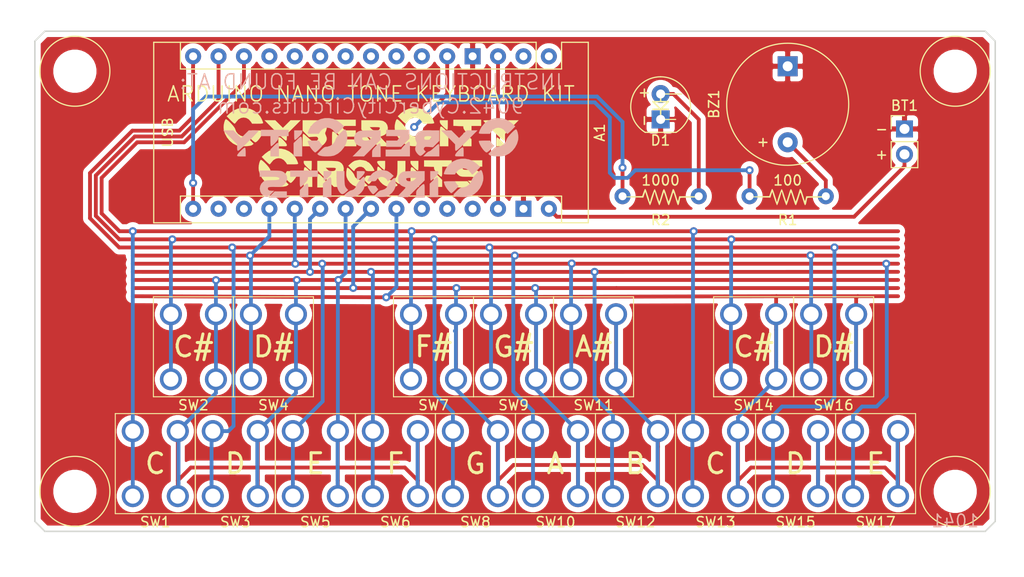
<source format=kicad_pcb>
(kicad_pcb (version 20171130) (host pcbnew "(5.1.2)-2")
  (layers (0 F.Cu signal) (31 B.Cu signal) (34 B.Paste user) (35 F.Paste user) (36 B.SilkS user) (37 F.SilkS user) (38 B.Mask user) (39 F.Mask user) (44 Edge.Cuts user))
  (net 0 "")
  (net 1 GND)
  (net 2 328_RESET)
  (net 3 328_MOSI)
  (net 4 328_SCK)
  (net 5 328_MISO)
  (net 6 328_RXD)
  (net 7 328_TXD)
  (net 8 328_D2)
  (net 9 328_D3)
  (net 10 328_D4)
  (net 11 328_D5)
  (net 12 328_D6)
  (net 13 328_D7)
  (net 14 328_D8)
  (net 15 328_D9)
  (net 16 328_SS)
  (net 17 328_A0)
  (net 18 328_A1)
  (net 19 328_A2)
  (net 20 328_A3)
  (net 21 328_A4)
  (net 22 328_A5)
  (net 23 BATT)
  (net 24 "Net-(BZ1-Pad1)")
  (net 25 "Net-(D1-Pad2)")
  (net 26 "Net-(A1-Pad27)")
  (net 27 "Net-(A1-Pad26)")
  (net 28 "Net-(A1-Pad25)")
  (net 29 "Net-(A1-Pad18)")
  (net 30 "Net-(A1-Pad17)")
  (module "DREAM_Custom:Kailanda Push Button 6.5x4.5" (layer F.Cu) (at 75.848 106.544 90)
    (fp_text reference SW4 (at -5.842 0 unlocked) (layer F.SilkS))
    (fp_text value SW_Push_45deg)
    (fp_text user " " (at -0.762 0 unlocked) (layer F.SilkS))
    (fp_text user D# (at 0 0 unlocked) (layer F.SilkS) (effects (font (size 2 2) (thickness 0.3))))
    (pad 2 thru_hole circle (at 3.25 2.25 90) (size 2.2 2.2) (drill 1.5) (layers *.Cu *.Mask) (net 20 328_A3))
    (pad 2 thru_hole circle (at -3.25 2.25 90) (size 2.2 2.2) (drill 1.5) (layers *.Cu *.Mask) (net 20 328_A3))
    (pad 1 thru_hole circle (at 3.25 -2.25 90) (size 2.2 2.2) (drill 1.5) (layers *.Cu *.Mask) (net 17 328_A0))
    (pad 1 thru_hole circle (at -3.25 -2.25 90) (size 2.2 2.2) (drill 1.5) (layers *.Cu *.Mask) (net 17 328_A0))
  )
  (module "CCC_Drawings:Logo - Cyber City Circuits - Two Line 30mm" (layer B.Cu) (at 85.598 87.63 180)
    (fp_text reference G*** hide)
    (fp_text value LOGO hide)
  )
  (module "CCC_Drawings:Logo - Cyber City Circuits - Two Line 30mm" (layer F.Cu) (at 85.598 86.614)
    (fp_text reference G*** hide)
    (fp_text value LOGO hide)
  )
  (module "CCC-Schematic-Footprints:3mm Mount Hole" (layer F.Cu) (at 144 79)
    (fp_text reference " " hide)
    (fp_text value 3mm_Hole)
    (pad "" np_thru_hole circle (at 0 0) (size 3.3 3.3) (drill 3.3) (layers *.Cu *.Mask))
  )
  (module "CCC-Schematic-Footprints:3mm Mount Hole" (layer F.Cu) (at 144 121)
    (fp_text reference " " hide)
    (fp_text value 3mm_Hole)
    (pad "" np_thru_hole circle (at 0 0) (size 3.3 3.3) (drill 3.3) (layers *.Cu *.Mask))
  )
  (module "CCC-Schematic-Footprints:3mm Mount Hole" (layer F.Cu) (at 56 121)
    (fp_text reference " " hide)
    (fp_text value 3mm_Hole)
    (pad "" np_thru_hole circle (at 0 0) (size 3.3 3.3) (drill 3.3) (layers *.Cu *.Mask))
  )
  (module "CCC-Schematic-Footprints:3mm Mount Hole" (layer F.Cu) (at 56 79)
    (fp_text reference " " hide)
    (fp_text value 3mm_Hole)
    (pad "" np_thru_hole circle (at 0 0) (size 3.3 3.3) (drill 3.3) (layers *.Cu *.Mask))
  )
  (module Module:Arduino_Nano (layer F.Cu) (at 88.14 85.13 270)
    (fp_text reference A1 (at 0 -20.32 270) (layer F.SilkS))
    (fp_text value Arduino_Nano_v3.x)
    (fp_text user USB (at 0 22.86 90) (layer F.SilkS))
    (pad 16 thru_hole oval (at 7.62 20.32 270) (size 1.6 1.6) (drill 0.8) (layers *.Cu *.Mask) (net 4 328_SCK))
    (pad 15 thru_hole oval (at -7.62 20.32 270) (size 1.6 1.6) (drill 0.8) (layers *.Cu *.Mask) (net 5 328_MISO))
    (pad 30 thru_hole oval (at 7.62 -15.24 270) (size 1.6 1.6) (drill 0.8) (layers *.Cu *.Mask) (net 23 BATT))
    (pad 14 thru_hole oval (at -7.62 17.78 270) (size 1.6 1.6) (drill 0.8) (layers *.Cu *.Mask) (net 3 328_MOSI))
    (pad 29 thru_hole rect (at 7.62 -12.7 270) (size 1.6 1.6) (drill 0.8) (layers *.Cu *.Mask) (net 1 GND))
    (pad 13 thru_hole oval (at -7.62 15.24 270) (size 1.6 1.6) (drill 0.8) (layers *.Cu *.Mask) (net 16 328_SS))
    (pad 28 thru_hole oval (at 7.62 -10.16 270) (size 1.6 1.6) (drill 0.8) (layers *.Cu *.Mask) (net 2 328_RESET))
    (pad 12 thru_hole oval (at -7.62 12.7 270) (size 1.6 1.6) (drill 0.8) (layers *.Cu *.Mask) (net 15 328_D9))
    (pad 27 thru_hole oval (at 7.62 -7.62 270) (size 1.6 1.6) (drill 0.8) (layers *.Cu *.Mask) (net 26 "Net-(A1-Pad27)"))
    (pad 11 thru_hole oval (at -7.62 10.16 270) (size 1.6 1.6) (drill 0.8) (layers *.Cu *.Mask) (net 14 328_D8))
    (pad 26 thru_hole oval (at 7.62 -5.08 270) (size 1.6 1.6) (drill 0.8) (layers *.Cu *.Mask) (net 27 "Net-(A1-Pad26)"))
    (pad 10 thru_hole oval (at -7.62 7.62 270) (size 1.6 1.6) (drill 0.8) (layers *.Cu *.Mask) (net 13 328_D7))
    (pad 25 thru_hole oval (at 7.62 -2.54 270) (size 1.6 1.6) (drill 0.8) (layers *.Cu *.Mask) (net 28 "Net-(A1-Pad25)"))
    (pad 9 thru_hole oval (at -7.62 5.08 270) (size 1.6 1.6) (drill 0.8) (layers *.Cu *.Mask) (net 12 328_D6))
    (pad 24 thru_hole oval (at 7.62 0 270) (size 1.6 1.6) (drill 0.8) (layers *.Cu *.Mask) (net 22 328_A5))
    (pad 8 thru_hole oval (at -7.62 2.54 270) (size 1.6 1.6) (drill 0.8) (layers *.Cu *.Mask) (net 11 328_D5))
    (pad 23 thru_hole oval (at 7.62 2.54 270) (size 1.6 1.6) (drill 0.8) (layers *.Cu *.Mask) (net 21 328_A4))
    (pad 7 thru_hole oval (at -7.62 0 270) (size 1.6 1.6) (drill 0.8) (layers *.Cu *.Mask) (net 10 328_D4))
    (pad 22 thru_hole oval (at 7.62 5.08 270) (size 1.6 1.6) (drill 0.8) (layers *.Cu *.Mask) (net 20 328_A3))
    (pad 6 thru_hole oval (at -7.62 -2.54 270) (size 1.6 1.6) (drill 0.8) (layers *.Cu *.Mask) (net 9 328_D3))
    (pad 21 thru_hole oval (at 7.62 7.62 270) (size 1.6 1.6) (drill 0.8) (layers *.Cu *.Mask) (net 19 328_A2))
    (pad 5 thru_hole oval (at -7.62 -5.08 270) (size 1.6 1.6) (drill 0.8) (layers *.Cu *.Mask) (net 8 328_D2))
    (pad 20 thru_hole oval (at 7.62 10.16 270) (size 1.6 1.6) (drill 0.8) (layers *.Cu *.Mask) (net 18 328_A1))
    (pad 4 thru_hole rect (at -7.62 -7.62 270) (size 1.6 1.6) (drill 0.8) (layers *.Cu *.Mask) (net 1 GND))
    (pad 19 thru_hole oval (at 7.62 12.7 270) (size 1.6 1.6) (drill 0.8) (layers *.Cu *.Mask) (net 17 328_A0))
    (pad 3 thru_hole oval (at -7.62 -10.16 270) (size 1.6 1.6) (drill 0.8) (layers *.Cu *.Mask) (net 2 328_RESET))
    (pad 18 thru_hole oval (at 7.62 15.24 270) (size 1.6 1.6) (drill 0.8) (layers *.Cu *.Mask) (net 29 "Net-(A1-Pad18)"))
    (pad 2 thru_hole oval (at -7.62 -12.7 270) (size 1.6 1.6) (drill 0.8) (layers *.Cu *.Mask) (net 6 328_RXD))
    (pad 17 thru_hole oval (at 7.62 17.78 270) (size 1.6 1.6) (drill 0.8) (layers *.Cu *.Mask) (net 30 "Net-(A1-Pad17)"))
    (pad 1 thru_hole circle (at -7.62 -15.24 270) (size 1.6 1.6) (drill 0.8) (layers *.Cu *.Mask) (net 7 328_TXD))
  )
  (module Connector_PinHeader_2.54mm:PinHeader_1x02_P2.54mm_Vertical (layer F.Cu) (at 138.93 86.04)
    (fp_text reference BT1 (at 0 -3.6) (layer F.SilkS))
    (fp_text value Battery_Cell)
    (fp_text user - (at -2.286 -1.27) (layer F.SilkS))
    (fp_text user + (at -2.286 1.27) (layer F.SilkS))
    (pad 1 thru_hole oval (at 0 1.27) (size 1.7 1.7) (drill 1) (layers *.Cu *.Mask) (net 23 BATT))
    (pad 2 thru_hole rect (at 0 -1.27) (size 1.7 1.7) (drill 1) (layers *.Cu *.Mask) (net 1 GND))
  )
  (module "CCC-Schematic-Footprints:Schematic - Resistor 7.62mm" (layer F.Cu) (at 114.554 91.5 180)
    (fp_text reference R2 (at 0 -2.37) (layer F.SilkS))
    (fp_text value 1000 (at 0 1.584) (layer F.SilkS))
    (pad 1 thru_hole circle (at -3.81 0 180) (size 1.6 1.6) (drill 0.8) (layers *.Cu *.Mask) (net 25 "Net-(D1-Pad2)"))
    (pad 2 thru_hole circle (at 3.81 0 180) (size 1.6 1.6) (drill 0.8) (layers *.Cu *.Mask) (net 4 328_SCK))
  )
  (module "CCC-Schematic-Footprints:Schematic - Resistor 7.62mm" (layer F.Cu) (at 127.254 91.5 180)
    (fp_text reference R1 (at 0 -2.37) (layer F.SilkS))
    (fp_text value 100 (at 0 1.584) (layer F.SilkS))
    (pad 1 thru_hole circle (at -3.81 0 180) (size 1.6 1.6) (drill 0.8) (layers *.Cu *.Mask) (net 24 "Net-(BZ1-Pad1)"))
    (pad 2 thru_hole circle (at 3.81 0 180) (size 1.6 1.6) (drill 0.8) (layers *.Cu *.Mask) (net 8 328_D2))
  )
  (module "CCC-Schematic-Footprints:Schematic - LED 5mm(2.56P) 003" (layer F.Cu) (at 114.554 82.55)
    (fp_text reference D1 (at -0.02 3.37) (layer F.SilkS))
    (fp_text value LED)
    (fp_text user "-  +" (at -1.7 0 270) (layer F.SilkS))
    (pad 1 thru_hole rect (at 0 1.27 90) (size 1.8 1.8) (drill 0.9) (layers *.Cu *.Mask) (net 1 GND))
    (pad 2 thru_hole circle (at 0 -1.27 90) (size 1.8 1.8) (drill 0.9) (layers *.Cu *.Mask) (net 25 "Net-(D1-Pad2)"))
  )
  (module "DREAM_Custom:Kailanda Push Button 6.5x4.5" (layer F.Cu) (at 120.038 118.228 90)
    (fp_text reference SW13 (at -5.842 0 unlocked) (layer F.SilkS))
    (fp_text value SW_Push_45deg)
    (fp_text user " " (at -0.762 0 unlocked) (layer F.SilkS))
    (fp_text user C (at 0 0 unlocked) (layer F.SilkS) (effects (font (size 2 2) (thickness 0.3))))
    (pad 2 thru_hole circle (at 3.25 2.25 90) (size 2.2 2.2) (drill 1.5) (layers *.Cu *.Mask) (net 22 328_A5))
    (pad 2 thru_hole circle (at -3.25 2.25 90) (size 2.2 2.2) (drill 1.5) (layers *.Cu *.Mask) (net 22 328_A5))
    (pad 1 thru_hole circle (at 3.25 -2.25 90) (size 2.2 2.2) (drill 1.5) (layers *.Cu *.Mask) (net 16 328_SS))
    (pad 1 thru_hole circle (at -3.25 -2.25 90) (size 2.2 2.2) (drill 1.5) (layers *.Cu *.Mask) (net 16 328_SS))
  )
  (module "DREAM_Custom:Kailanda Push Button 6.5x4.5" (layer F.Cu) (at 64.038 118.228 90)
    (fp_text reference SW1 (at -5.842 0 unlocked) (layer F.SilkS))
    (fp_text value SW_Push_45deg)
    (fp_text user C (at 0 0 unlocked) (layer F.SilkS) (effects (font (size 2 2) (thickness 0.3))))
    (pad 2 thru_hole circle (at 3.25 2.25 90) (size 2.2 2.2) (drill 1.5) (layers *.Cu *.Mask) (net 20 328_A3))
    (pad 2 thru_hole circle (at -3.25 2.25 90) (size 2.2 2.2) (drill 1.5) (layers *.Cu *.Mask) (net 20 328_A3))
    (pad 1 thru_hole circle (at 3.25 -2.25 90) (size 2.2 2.2) (drill 1.5) (layers *.Cu *.Mask) (net 16 328_SS))
    (pad 1 thru_hole circle (at -3.25 -2.25 90) (size 2.2 2.2) (drill 1.5) (layers *.Cu *.Mask) (net 16 328_SS))
  )
  (module "DREAM_Custom:Kailanda Push Button 6.5x4.5" (layer F.Cu) (at 96.038 118.228 90)
    (fp_text reference SW8 (at -5.842 0 unlocked) (layer F.SilkS))
    (fp_text value SW_Push_45deg)
    (fp_text user " " (at -0.762 0 unlocked) (layer F.SilkS))
    (fp_text user G (at 0 0 unlocked) (layer F.SilkS) (effects (font (size 2 2) (thickness 0.3))))
    (pad 2 thru_hole circle (at 3.25 2.25 90) (size 2.2 2.2) (drill 1.5) (layers *.Cu *.Mask) (net 21 328_A4))
    (pad 2 thru_hole circle (at -3.25 2.25 90) (size 2.2 2.2) (drill 1.5) (layers *.Cu *.Mask) (net 21 328_A4))
    (pad 1 thru_hole circle (at 3.25 -2.25 90) (size 2.2 2.2) (drill 1.5) (layers *.Cu *.Mask) (net 3 328_MOSI))
    (pad 1 thru_hole circle (at -3.25 -2.25 90) (size 2.2 2.2) (drill 1.5) (layers *.Cu *.Mask) (net 3 328_MOSI))
  )
  (module "DREAM_Custom:Kailanda Push Button 6.5x4.5" (layer F.Cu) (at 123.848 106.544 90)
    (fp_text reference SW14 (at -5.842 0 unlocked) (layer F.SilkS))
    (fp_text value SW_Push_45deg)
    (fp_text user " " (at -0.762 0 unlocked) (layer F.SilkS))
    (fp_text user C# (at 0 0 unlocked) (layer F.SilkS) (effects (font (size 2 2) (thickness 0.3))))
    (pad 2 thru_hole circle (at 3.25 2.25 90) (size 2.2 2.2) (drill 1.5) (layers *.Cu *.Mask) (net 22 328_A5))
    (pad 2 thru_hole circle (at -3.25 2.25 90) (size 2.2 2.2) (drill 1.5) (layers *.Cu *.Mask) (net 22 328_A5))
    (pad 1 thru_hole circle (at 3.25 -2.25 90) (size 2.2 2.2) (drill 1.5) (layers *.Cu *.Mask) (net 3 328_MOSI))
    (pad 1 thru_hole circle (at -3.25 -2.25 90) (size 2.2 2.2) (drill 1.5) (layers *.Cu *.Mask) (net 3 328_MOSI))
  )
  (module "DREAM_Custom:Kailanda Push Button 6.5x4.5" (layer F.Cu) (at 112.038 118.228 90)
    (fp_text reference SW12 (at -5.842 0 unlocked) (layer F.SilkS))
    (fp_text value SW_Push_45deg)
    (fp_text user B (at 0 0 unlocked) (layer F.SilkS) (effects (font (size 2 2) (thickness 0.3))))
    (pad 2 thru_hole circle (at 3.25 2.25 90) (size 2.2 2.2) (drill 1.5) (layers *.Cu *.Mask) (net 21 328_A4))
    (pad 2 thru_hole circle (at -3.25 2.25 90) (size 2.2 2.2) (drill 1.5) (layers *.Cu *.Mask) (net 21 328_A4))
    (pad 1 thru_hole circle (at 3.25 -2.25 90) (size 2.2 2.2) (drill 1.5) (layers *.Cu *.Mask) (net 19 328_A2))
    (pad 1 thru_hole circle (at -3.25 -2.25 90) (size 2.2 2.2) (drill 1.5) (layers *.Cu *.Mask) (net 19 328_A2))
  )
  (module "DREAM_Custom:Kailanda Push Button 6.5x4.5" (layer F.Cu) (at 80.038 118.228 90)
    (fp_text reference SW5 (at -5.842 0 unlocked) (layer F.SilkS))
    (fp_text value SW_Push_45deg)
    (fp_text user " " (at -0.762 0 unlocked) (layer F.SilkS))
    (fp_text user E (at 0 0 unlocked) (layer F.SilkS) (effects (font (size 2 2) (thickness 0.3))))
    (pad 2 thru_hole circle (at 3.25 2.25 90) (size 2.2 2.2) (drill 1.5) (layers *.Cu *.Mask) (net 20 328_A3))
    (pad 2 thru_hole circle (at -3.25 2.25 90) (size 2.2 2.2) (drill 1.5) (layers *.Cu *.Mask) (net 20 328_A3))
    (pad 1 thru_hole circle (at 3.25 -2.25 90) (size 2.2 2.2) (drill 1.5) (layers *.Cu *.Mask) (net 18 328_A1))
    (pad 1 thru_hole circle (at -3.25 -2.25 90) (size 2.2 2.2) (drill 1.5) (layers *.Cu *.Mask) (net 18 328_A1))
  )
  (module "DREAM_Custom:Kailanda Push Button 6.5x4.5" (layer F.Cu) (at 131.848 106.544 90)
    (fp_text reference SW16 (at -5.842 0 unlocked) (layer F.SilkS))
    (fp_text value SW_Push_45deg)
    (fp_text user " " (at -0.762 0 unlocked) (layer F.SilkS))
    (fp_text user D# (at 0 0 unlocked) (layer F.SilkS) (effects (font (size 2 2) (thickness 0.3))))
    (pad 2 thru_hole circle (at 3.25 2.25 90) (size 2.2 2.2) (drill 1.5) (layers *.Cu *.Mask) (net 22 328_A5))
    (pad 2 thru_hole circle (at -3.25 2.25 90) (size 2.2 2.2) (drill 1.5) (layers *.Cu *.Mask) (net 22 328_A5))
    (pad 1 thru_hole circle (at 3.25 -2.25 90) (size 2.2 2.2) (drill 1.5) (layers *.Cu *.Mask) (net 17 328_A0))
    (pad 1 thru_hole circle (at -3.25 -2.25 90) (size 2.2 2.2) (drill 1.5) (layers *.Cu *.Mask) (net 17 328_A0))
  )
  (module "DREAM_Custom:Kailanda Push Button 6.5x4.5" (layer F.Cu) (at 136.038 118.228 90)
    (fp_text reference SW17 (at -5.842 0 unlocked) (layer F.SilkS))
    (fp_text value SW_Push_45deg)
    (fp_text user " " (at -0.762 0 unlocked) (layer F.SilkS))
    (fp_text user E (at 0 0 unlocked) (layer F.SilkS) (effects (font (size 2 2) (thickness 0.3))))
    (pad 2 thru_hole circle (at 3.25 2.25 90) (size 2.2 2.2) (drill 1.5) (layers *.Cu *.Mask) (net 22 328_A5))
    (pad 2 thru_hole circle (at -3.25 2.25 90) (size 2.2 2.2) (drill 1.5) (layers *.Cu *.Mask) (net 22 328_A5))
    (pad 1 thru_hole circle (at 3.25 -2.25 90) (size 2.2 2.2) (drill 1.5) (layers *.Cu *.Mask) (net 18 328_A1))
    (pad 1 thru_hole circle (at -3.25 -2.25 90) (size 2.2 2.2) (drill 1.5) (layers *.Cu *.Mask) (net 18 328_A1))
  )
  (module "DREAM_Custom:Kailanda Push Button 6.5x4.5" (layer F.Cu) (at 99.848 106.544 90)
    (fp_text reference SW9 (at -5.842 0 unlocked) (layer F.SilkS))
    (fp_text value SW_Push_45deg)
    (fp_text user " " (at -0.762 0 unlocked) (layer F.SilkS))
    (fp_text user G# (at 0 0 unlocked) (layer F.SilkS) (effects (font (size 2 2) (thickness 0.3))))
    (pad 2 thru_hole circle (at 3.25 2.25 90) (size 2.2 2.2) (drill 1.5) (layers *.Cu *.Mask) (net 21 328_A4))
    (pad 2 thru_hole circle (at -3.25 2.25 90) (size 2.2 2.2) (drill 1.5) (layers *.Cu *.Mask) (net 21 328_A4))
    (pad 1 thru_hole circle (at 3.25 -2.25 90) (size 2.2 2.2) (drill 1.5) (layers *.Cu *.Mask) (net 5 328_MISO))
    (pad 1 thru_hole circle (at -3.25 -2.25 90) (size 2.2 2.2) (drill 1.5) (layers *.Cu *.Mask) (net 5 328_MISO))
  )
  (module "DREAM_Custom:Kailanda Push Button 6.5x4.5" (layer F.Cu) (at 91.848 106.544 90)
    (fp_text reference SW7 (at -5.842 0 unlocked) (layer F.SilkS))
    (fp_text value SW_Push_45deg)
    (fp_text user " " (at -0.762 0 unlocked) (layer F.SilkS))
    (fp_text user F# (at 0 0 unlocked) (layer F.SilkS) (effects (font (size 2 2) (thickness 0.3))))
    (pad 2 thru_hole circle (at 3.25 2.25 90) (size 2.2 2.2) (drill 1.5) (layers *.Cu *.Mask) (net 21 328_A4))
    (pad 2 thru_hole circle (at -3.25 2.25 90) (size 2.2 2.2) (drill 1.5) (layers *.Cu *.Mask) (net 21 328_A4))
    (pad 1 thru_hole circle (at 3.25 -2.25 90) (size 2.2 2.2) (drill 1.5) (layers *.Cu *.Mask) (net 16 328_SS))
    (pad 1 thru_hole circle (at -3.25 -2.25 90) (size 2.2 2.2) (drill 1.5) (layers *.Cu *.Mask) (net 16 328_SS))
  )
  (module "DREAM_Custom:Kailanda Push Button 6.5x4.5" (layer F.Cu) (at 67.848 106.544 90)
    (fp_text reference SW2 (at -5.842 0 unlocked) (layer F.SilkS))
    (fp_text value SW_Push_45deg)
    (fp_text user " " (at -0.762 0 unlocked) (layer F.SilkS))
    (fp_text user C# (at 0 0 unlocked) (layer F.SilkS) (effects (font (size 2 2) (thickness 0.3))))
    (pad 2 thru_hole circle (at 3.25 2.25 90) (size 2.2 2.2) (drill 1.5) (layers *.Cu *.Mask) (net 20 328_A3))
    (pad 2 thru_hole circle (at -3.25 2.25 90) (size 2.2 2.2) (drill 1.5) (layers *.Cu *.Mask) (net 20 328_A3))
    (pad 1 thru_hole circle (at 3.25 -2.25 90) (size 2.2 2.2) (drill 1.5) (layers *.Cu *.Mask) (net 3 328_MOSI))
    (pad 1 thru_hole circle (at -3.25 -2.25 90) (size 2.2 2.2) (drill 1.5) (layers *.Cu *.Mask) (net 3 328_MOSI))
  )
  (module "DREAM_Custom:Kailanda Push Button 6.5x4.5" (layer F.Cu) (at 128.038 118.228 90)
    (fp_text reference SW15 (at -5.842 0 unlocked) (layer F.SilkS))
    (fp_text value SW_Push_45deg)
    (fp_text user " " (at -0.762 0 unlocked) (layer F.SilkS))
    (fp_text user D (at 0 0 unlocked) (layer F.SilkS) (effects (font (size 2 2) (thickness 0.3))))
    (pad 2 thru_hole circle (at 3.25 2.25 90) (size 2.2 2.2) (drill 1.5) (layers *.Cu *.Mask) (net 22 328_A5))
    (pad 2 thru_hole circle (at -3.25 2.25 90) (size 2.2 2.2) (drill 1.5) (layers *.Cu *.Mask) (net 22 328_A5))
    (pad 1 thru_hole circle (at 3.25 -2.25 90) (size 2.2 2.2) (drill 1.5) (layers *.Cu *.Mask) (net 5 328_MISO))
    (pad 1 thru_hole circle (at -3.25 -2.25 90) (size 2.2 2.2) (drill 1.5) (layers *.Cu *.Mask) (net 5 328_MISO))
  )
  (module "DREAM_Custom:Kailanda Push Button 6.5x4.5" (layer F.Cu) (at 88.038 118.228 90)
    (fp_text reference SW6 (at -5.842 0 unlocked) (layer F.SilkS))
    (fp_text value SW_Push_45deg)
    (fp_text user " " (at -0.762 0 unlocked) (layer F.SilkS))
    (fp_text user F (at 0 0 unlocked) (layer F.SilkS) (effects (font (size 2 2) (thickness 0.3))))
    (pad 2 thru_hole circle (at 3.25 2.25 90) (size 2.2 2.2) (drill 1.5) (layers *.Cu *.Mask) (net 20 328_A3))
    (pad 2 thru_hole circle (at -3.25 2.25 90) (size 2.2 2.2) (drill 1.5) (layers *.Cu *.Mask) (net 20 328_A3))
    (pad 1 thru_hole circle (at 3.25 -2.25 90) (size 2.2 2.2) (drill 1.5) (layers *.Cu *.Mask) (net 19 328_A2))
    (pad 1 thru_hole circle (at -3.25 -2.25 90) (size 2.2 2.2) (drill 1.5) (layers *.Cu *.Mask) (net 19 328_A2))
  )
  (module "DREAM_Custom:Kailanda Push Button 6.5x4.5" (layer F.Cu) (at 107.848 106.544 90)
    (fp_text reference SW11 (at -5.842 0 unlocked) (layer F.SilkS))
    (fp_text value SW_Push_45deg)
    (fp_text user " " (at -0.762 0 unlocked) (layer F.SilkS))
    (fp_text user A# (at 0 0 unlocked) (layer F.SilkS) (effects (font (size 2 2) (thickness 0.3))))
    (pad 2 thru_hole circle (at 3.25 2.25 90) (size 2.2 2.2) (drill 1.5) (layers *.Cu *.Mask) (net 21 328_A4))
    (pad 2 thru_hole circle (at -3.25 2.25 90) (size 2.2 2.2) (drill 1.5) (layers *.Cu *.Mask) (net 21 328_A4))
    (pad 1 thru_hole circle (at 3.25 -2.25 90) (size 2.2 2.2) (drill 1.5) (layers *.Cu *.Mask) (net 18 328_A1))
    (pad 1 thru_hole circle (at -3.25 -2.25 90) (size 2.2 2.2) (drill 1.5) (layers *.Cu *.Mask) (net 18 328_A1))
  )
  (module "DREAM_Custom:Kailanda Push Button 6.5x4.5" (layer F.Cu) (at 72.038 118.228 90)
    (fp_text reference SW3 (at -5.842 0 unlocked) (layer F.SilkS))
    (fp_text value SW_Push_45deg)
    (fp_text user D (at 0 0 unlocked) (layer F.SilkS) (effects (font (size 2 2) (thickness 0.3))))
    (pad 2 thru_hole circle (at 3.25 2.25 90) (size 2.2 2.2) (drill 1.5) (layers *.Cu *.Mask) (net 20 328_A3))
    (pad 2 thru_hole circle (at -3.25 2.25 90) (size 2.2 2.2) (drill 1.5) (layers *.Cu *.Mask) (net 20 328_A3))
    (pad 1 thru_hole circle (at 3.25 -2.25 90) (size 2.2 2.2) (drill 1.5) (layers *.Cu *.Mask) (net 5 328_MISO))
    (pad 1 thru_hole circle (at -3.25 -2.25 90) (size 2.2 2.2) (drill 1.5) (layers *.Cu *.Mask) (net 5 328_MISO))
  )
  (module "DREAM_Custom:Kailanda Push Button 6.5x4.5" (layer F.Cu) (at 104.038 118.228 90)
    (fp_text reference SW10 (at -5.842 0 unlocked) (layer F.SilkS))
    (fp_text value SW_Push_45deg)
    (fp_text user A (at 0 0 unlocked) (layer F.SilkS) (effects (font (size 2 2) (thickness 0.3))))
    (pad 2 thru_hole circle (at 3.25 2.25 90) (size 2.2 2.2) (drill 1.5) (layers *.Cu *.Mask) (net 21 328_A4))
    (pad 2 thru_hole circle (at -3.25 2.25 90) (size 2.2 2.2) (drill 1.5) (layers *.Cu *.Mask) (net 21 328_A4))
    (pad 1 thru_hole circle (at 3.25 -2.25 90) (size 2.2 2.2) (drill 1.5) (layers *.Cu *.Mask) (net 17 328_A0))
    (pad 1 thru_hole circle (at -3.25 -2.25 90) (size 2.2 2.2) (drill 1.5) (layers *.Cu *.Mask) (net 17 328_A0))
  )
  (module Buzzer_Beeper:Buzzer_12x9.5RM7.6 (layer F.Cu) (at 127.254 86.106 90)
    (fp_text reference BZ1 (at 3.81 -7.366 90) (layer F.SilkS))
    (fp_text value Buzzer)
    (fp_text user + (at -0.01 -2.54 270) (layer F.SilkS))
    (pad 1 thru_hole circle (at 0 0 90) (size 2 2) (drill 1) (layers *.Cu *.Mask) (net 24 "Net-(BZ1-Pad1)"))
    (pad 2 thru_hole rect (at 7.6 0 90) (size 2 2) (drill 1) (layers *.Cu *.Mask) (net 1 GND))
  )
  (gr_text 1041 (at 144 123.952) (layer B.SilkS) (effects (font (size 1.25 1.25)) (justify mirror)))
  (gr_text "ARDUINO NANO TONE KEYBOARD KIT" (at 85.598 81.28) (layer F.SilkS) (effects (font (size 1.5 1.5))))
  (gr_text "INSTRUCTIONS CAN BE FOUND AT:\n9042.CyberCityCircuits.com" (at 85.598 81.28) (layer B.SilkS) (effects (font (size 1.5 1.5)) (justify mirror)))
  (gr_line (start 53 125) (end 52 124) (layer Edge.Cuts) (width 0.15))
  (gr_line (start 52 76) (end 53 75) (layer Edge.Cuts) (width 0.15))
  (gr_line (start 148 76) (end 147 75) (layer Edge.Cuts) (width 0.15))
  (gr_line (start 147 125) (end 148 124) (layer Edge.Cuts) (width 0.15))
  (gr_line (start 53 75) (end 147 75) (layer Edge.Cuts) (width 0.15))
  (gr_line (start 148 76) (end 148 124) (layer Edge.Cuts) (width 0.15))
  (gr_line (start 53 125) (end 147 125) (layer Edge.Cuts) (width 0.15))
  (gr_line (start 52 76) (end 52 124) (layer Edge.Cuts) (width 0.15))
  (segment (start 98.3 78.64137) (end 98.3 92.75) (width 0.381) (layer F.Cu) (net 2))
  (segment (start 98.3 77.51) (end 98.3 78.64137) (width 0.381) (layer F.Cu) (net 2))
  (segment (start 121.576 109.686) (end 121.576 108.130366) (width 0.381) (layer B.Cu) (net 3))
  (segment (start 121.576 108.130366) (end 121.576 103.186) (width 0.381) (layer B.Cu) (net 3))
  (segment (start 93.786 121.236) (end 93.786 119.680366) (width 0.381) (layer B.Cu) (net 3))
  (segment (start 93.786 119.680366) (end 93.786 114.736) (width 0.381) (layer B.Cu) (net 3))
  (via (at 65.736 95.808) (size 0.8) (drill 0.4) (layers F.Cu B.Cu) (net 3))
  (segment (start 65.598 95.946) (end 65.736 95.808) (width 0.381) (layer B.Cu) (net 3))
  (segment (start 65.598 103.294) (end 65.598 95.946) (width 0.381) (layer B.Cu) (net 3))
  (segment (start 93.788 114.978) (end 93.788 113.092) (width 0.381) (layer B.Cu) (net 3))
  (segment (start 93.788 113.092) (end 91.948 111.252) (width 0.381) (layer B.Cu) (net 3))
  (via (at 91.898 95.808) (size 0.8) (drill 0.4) (layers F.Cu B.Cu) (net 3))
  (segment (start 91.948 111.252) (end 91.948 95.858) (width 0.381) (layer B.Cu) (net 3))
  (segment (start 65.736 95.808) (end 91.898 95.808) (width 0.381) (layer F.Cu) (net 3))
  (segment (start 91.948 95.858) (end 91.898 95.808) (width 0.381) (layer B.Cu) (net 3))
  (via (at 121.616 95.808) (size 0.8) (drill 0.4) (layers F.Cu B.Cu) (net 3))
  (segment (start 121.598 95.826) (end 121.616 95.808) (width 0.381) (layer B.Cu) (net 3))
  (segment (start 121.598 103.294) (end 121.598 95.826) (width 0.381) (layer B.Cu) (net 3))
  (segment (start 91.898 95.808) (end 121.616 95.808) (width 0.381) (layer F.Cu) (net 3))
  (segment (start 121.616 95.808) (end 138.288 95.808) (width 0.381) (layer F.Cu) (net 3))
  (segment (start 70.36 81.845672) (end 70.36 77.51) (width 0.381) (layer F.Cu) (net 3))
  (segment (start 66.680683 85.524989) (end 70.36 81.845672) (width 0.381) (layer F.Cu) (net 3))
  (segment (start 60.442328 95.808) (end 58.09299 93.458662) (width 0.381) (layer F.Cu) (net 3))
  (segment (start 58.09299 93.458662) (end 58.092991 89.421337) (width 0.381) (layer F.Cu) (net 3))
  (segment (start 65.736 95.808) (end 60.442328 95.808) (width 0.381) (layer F.Cu) (net 3))
  (segment (start 58.092991 89.421337) (end 61.989338 85.52499) (width 0.381) (layer F.Cu) (net 3))
  (segment (start 61.989338 85.52499) (end 66.680683 85.524989) (width 0.381) (layer F.Cu) (net 3))
  (segment (start 65.598 108.238366) (end 65.598 103.294) (width 0.381) (layer B.Cu) (net 3))
  (segment (start 65.598 109.794) (end 65.598 108.238366) (width 0.381) (layer B.Cu) (net 3))
  (via (at 67.818 90.17) (size 0.8) (drill 0.4) (layers F.Cu B.Cu) (net 4))
  (segment (start 67.82 92.75) (end 67.82 90.172) (width 0.381) (layer F.Cu) (net 4))
  (segment (start 67.82 90.172) (end 67.818 90.17) (width 0.381) (layer F.Cu) (net 4))
  (segment (start 108.204 81.534) (end 110.744 84.074) (width 0.381) (layer B.Cu) (net 4))
  (segment (start 69.088 81.534) (end 108.204 81.534) (width 0.381) (layer B.Cu) (net 4))
  (segment (start 67.818 90.17) (end 67.818 82.804) (width 0.381) (layer B.Cu) (net 4))
  (segment (start 67.818 82.804) (end 69.088 81.534) (width 0.381) (layer B.Cu) (net 4))
  (via (at 110.744 88.646) (size 0.8) (drill 0.4) (layers F.Cu B.Cu) (net 4))
  (segment (start 110.744 91.5) (end 110.744 88.646) (width 0.381) (layer F.Cu) (net 4))
  (segment (start 110.744 88.646) (end 110.744 84.074) (width 0.381) (layer B.Cu) (net 4))
  (segment (start 97.596 109.486) (end 97.596 107.930366) (width 0.381) (layer B.Cu) (net 5))
  (segment (start 97.596 107.930366) (end 97.596 102.986) (width 0.381) (layer B.Cu) (net 5))
  (segment (start 125.786 121.266) (end 125.786 119.710366) (width 0.381) (layer B.Cu) (net 5))
  (segment (start 125.786 119.710366) (end 125.786 114.766) (width 0.381) (layer B.Cu) (net 5))
  (segment (start 69.662 121.732) (end 69.662 120.176366) (width 0.381) (layer B.Cu) (net 5))
  (segment (start 69.662 120.176366) (end 69.662 115.232) (width 0.381) (layer B.Cu) (net 5))
  (segment (start 71.86 96.752) (end 71.728 96.62) (width 0.381) (layer B.Cu) (net 5))
  (segment (start 71.86 114.461634) (end 71.86 96.752) (width 0.381) (layer B.Cu) (net 5))
  (via (at 71.728 96.62) (size 0.8) (drill 0.4) (layers F.Cu B.Cu) (net 5))
  (segment (start 69.788 114.978) (end 71.343634 114.978) (width 0.381) (layer B.Cu) (net 5))
  (segment (start 71.343634 114.978) (end 71.86 114.461634) (width 0.381) (layer B.Cu) (net 5))
  (via (at 97.436 96.62) (size 0.8) (drill 0.4) (layers F.Cu B.Cu) (net 5))
  (segment (start 97.598 96.782) (end 97.436 96.62) (width 0.381) (layer B.Cu) (net 5))
  (segment (start 97.598 103.294) (end 97.598 96.782) (width 0.381) (layer B.Cu) (net 5))
  (segment (start 71.728 96.62) (end 97.436 96.62) (width 0.381) (layer F.Cu) (net 5))
  (segment (start 125.788 113.422366) (end 126.688366 112.522) (width 0.381) (layer B.Cu) (net 5))
  (segment (start 125.788 114.978) (end 125.788 113.422366) (width 0.381) (layer B.Cu) (net 5))
  (segment (start 126.688366 112.522) (end 131.064 112.522) (width 0.381) (layer B.Cu) (net 5))
  (via (at 131.926 96.62) (size 0.8) (drill 0.4) (layers F.Cu B.Cu) (net 5))
  (segment (start 131.926 111.66) (end 131.926 96.62) (width 0.381) (layer B.Cu) (net 5))
  (segment (start 131.064 112.522) (end 131.926 111.66) (width 0.381) (layer B.Cu) (net 5))
  (segment (start 97.436 96.62) (end 131.926 96.62) (width 0.381) (layer F.Cu) (net 5))
  (segment (start 131.926 96.62) (end 138.28 96.62) (width 0.381) (layer F.Cu) (net 5))
  (segment (start 60.432656 96.62) (end 61.78 96.62) (width 0.381) (layer F.Cu) (net 5))
  (segment (start 57.511982 89.180676) (end 57.511981 93.699325) (width 0.381) (layer F.Cu) (net 5))
  (segment (start 61.748675 84.943981) (end 57.511982 89.180676) (width 0.381) (layer F.Cu) (net 5))
  (segment (start 67.82 77.51) (end 67.82 78.64137) (width 0.381) (layer F.Cu) (net 5))
  (segment (start 67.82 78.64137) (end 67.818 78.64337) (width 0.381) (layer F.Cu) (net 5))
  (segment (start 61.78 96.62) (end 71.728 96.62) (width 0.381) (layer F.Cu) (net 5))
  (segment (start 67.818 78.64337) (end 67.818 83.566) (width 0.381) (layer F.Cu) (net 5))
  (segment (start 67.818 83.566) (end 66.44002 84.94398) (width 0.381) (layer F.Cu) (net 5))
  (segment (start 57.511981 93.699325) (end 60.432656 96.62) (width 0.381) (layer F.Cu) (net 5))
  (segment (start 66.44002 84.94398) (end 61.748675 84.943981) (width 0.381) (layer F.Cu) (net 5))
  (via (at 123.444 88.9) (size 0.8) (drill 0.4) (layers F.Cu B.Cu) (net 8))
  (segment (start 123.444 91.5) (end 123.444 88.9) (width 0.381) (layer F.Cu) (net 8))
  (via (at 89.916 84.582) (size 0.8) (drill 0.4) (layers F.Cu B.Cu) (net 8))
  (segment (start 93.218 77.512) (end 93.22 77.51) (width 0.381) (layer F.Cu) (net 8))
  (segment (start 93.22 81.278) (end 93.22 77.51) (width 0.381) (layer F.Cu) (net 8))
  (segment (start 89.916 84.582) (end 93.22 81.278) (width 0.381) (layer F.Cu) (net 8))
  (segment (start 115.316 88.9) (end 123.444 88.9) (width 0.381) (layer B.Cu) (net 8))
  (segment (start 111.252 89.662) (end 112.014 88.9) (width 0.381) (layer B.Cu) (net 8))
  (segment (start 109.982 89.662) (end 111.252 89.662) (width 0.381) (layer B.Cu) (net 8))
  (segment (start 89.916 84.582) (end 92.38299 82.11501) (width 0.381) (layer B.Cu) (net 8))
  (segment (start 107.963338 82.11501) (end 109.474 83.625672) (width 0.381) (layer B.Cu) (net 8))
  (segment (start 112.014 88.9) (end 115.316 88.9) (width 0.381) (layer B.Cu) (net 8))
  (segment (start 109.474 83.625672) (end 109.474 89.154) (width 0.381) (layer B.Cu) (net 8))
  (segment (start 92.38299 82.11501) (end 107.963338 82.11501) (width 0.381) (layer B.Cu) (net 8))
  (segment (start 109.474 89.154) (end 109.982 89.662) (width 0.381) (layer B.Cu) (net 8))
  (segment (start 89.616 109.616) (end 89.616 108.060366) (width 0.381) (layer B.Cu) (net 16))
  (segment (start 89.616 108.060366) (end 89.616 103.116) (width 0.381) (layer B.Cu) (net 16))
  (segment (start 117.726 121.446) (end 117.726 119.890366) (width 0.381) (layer B.Cu) (net 16))
  (segment (start 117.726 119.890366) (end 117.726 114.946) (width 0.381) (layer B.Cu) (net 16))
  (segment (start 61.788 121.732) (end 61.788 120.176366) (width 0.381) (layer B.Cu) (net 16))
  (segment (start 61.788 120.176366) (end 61.788 115.232) (width 0.381) (layer B.Cu) (net 16))
  (via (at 61.788 94.996) (size 0.8) (drill 0.4) (layers F.Cu B.Cu) (net 16))
  (segment (start 61.788 114.978) (end 61.788 94.996) (width 0.381) (layer B.Cu) (net 16))
  (via (at 89.662 94.996) (size 0.8) (drill 0.4) (layers F.Cu B.Cu) (net 16))
  (segment (start 89.598 95.06) (end 89.662 94.996) (width 0.381) (layer B.Cu) (net 16))
  (segment (start 89.598 103.294) (end 89.598 95.06) (width 0.381) (layer B.Cu) (net 16))
  (segment (start 61.788 94.996) (end 89.662 94.996) (width 0.381) (layer F.Cu) (net 16))
  (segment (start 117.788 114.978) (end 117.788 95.064) (width 0.381) (layer B.Cu) (net 16))
  (via (at 117.856 94.996) (size 0.8) (drill 0.4) (layers F.Cu B.Cu) (net 16))
  (segment (start 117.788 95.064) (end 117.856 94.996) (width 0.381) (layer B.Cu) (net 16))
  (segment (start 89.662 94.996) (end 117.856 94.996) (width 0.381) (layer F.Cu) (net 16))
  (segment (start 117.856 94.996) (end 138.288 94.996) (width 0.381) (layer F.Cu) (net 16))
  (segment (start 72.9 80.127344) (end 72.9 78.64137) (width 0.381) (layer F.Cu) (net 16))
  (segment (start 62.23 86.106) (end 66.921344 86.106) (width 0.381) (layer F.Cu) (net 16))
  (segment (start 58.674 89.662) (end 62.23 86.106) (width 0.381) (layer F.Cu) (net 16))
  (segment (start 72.9 78.64137) (end 72.9 77.51) (width 0.381) (layer F.Cu) (net 16))
  (segment (start 58.674 93.218) (end 58.674 89.662) (width 0.381) (layer F.Cu) (net 16))
  (segment (start 60.452 94.996) (end 58.674 93.218) (width 0.381) (layer F.Cu) (net 16))
  (segment (start 66.921344 86.106) (end 72.9 80.127344) (width 0.381) (layer F.Cu) (net 16))
  (segment (start 61.788 94.996) (end 60.452 94.996) (width 0.381) (layer F.Cu) (net 16))
  (segment (start 129.616 109.636) (end 129.616 108.080366) (width 0.381) (layer B.Cu) (net 17))
  (segment (start 129.616 108.080366) (end 129.616 103.136) (width 0.381) (layer B.Cu) (net 17))
  (segment (start 101.796 121.416) (end 101.796 119.860366) (width 0.381) (layer B.Cu) (net 17))
  (segment (start 101.796 119.860366) (end 101.796 114.916) (width 0.381) (layer B.Cu) (net 17))
  (segment (start 73.598 97.52) (end 73.51 97.432) (width 0.381) (layer B.Cu) (net 17))
  (segment (start 61.788 97.432) (end 73.51 97.432) (width 0.381) (layer F.Cu) (net 17))
  (via (at 73.51 97.432) (size 0.8) (drill 0.4) (layers F.Cu B.Cu) (net 17))
  (segment (start 73.598 103.294) (end 73.598 97.52) (width 0.381) (layer B.Cu) (net 17))
  (segment (start 101.788 114.978) (end 101.788 112.964) (width 0.381) (layer B.Cu) (net 17))
  (segment (start 101.788 112.964) (end 99.822 110.998) (width 0.381) (layer B.Cu) (net 17))
  (via (at 99.972 97.432) (size 0.8) (drill 0.4) (layers F.Cu B.Cu) (net 17))
  (segment (start 99.822 110.998) (end 99.822 97.582) (width 0.381) (layer B.Cu) (net 17))
  (segment (start 99.822 97.582) (end 99.972 97.432) (width 0.381) (layer B.Cu) (net 17))
  (segment (start 73.51 97.432) (end 99.972 97.432) (width 0.381) (layer F.Cu) (net 17))
  (segment (start 99.972 97.432) (end 138.288 97.432) (width 0.381) (layer F.Cu) (net 17))
  (via (at 129.54 97.4105) (size 0.8) (drill 0.4) (layers F.Cu B.Cu) (net 17))
  (segment (start 129.598 103.294) (end 129.598 97.4685) (width 0.381) (layer B.Cu) (net 17))
  (segment (start 129.598 97.4685) (end 129.54 97.4105) (width 0.381) (layer B.Cu) (net 17))
  (segment (start 75.44 95.502) (end 73.51 97.432) (width 0.381) (layer B.Cu) (net 17))
  (segment (start 75.44 92.75) (end 75.44 95.502) (width 0.381) (layer B.Cu) (net 17))
  (segment (start 73.598 104.849634) (end 73.598 109.794) (width 0.381) (layer B.Cu) (net 17))
  (segment (start 73.598 103.294) (end 73.598 104.849634) (width 0.381) (layer B.Cu) (net 17))
  (segment (start 105.616 109.616) (end 105.616 108.060366) (width 0.381) (layer B.Cu) (net 18))
  (segment (start 105.616 108.060366) (end 105.616 103.116) (width 0.381) (layer B.Cu) (net 18))
  (segment (start 133.786 121.476) (end 133.786 119.920366) (width 0.381) (layer B.Cu) (net 18))
  (segment (start 133.786 119.920366) (end 133.786 114.976) (width 0.381) (layer B.Cu) (net 18))
  (segment (start 77.79 121.732) (end 77.79 120.176366) (width 0.381) (layer B.Cu) (net 18))
  (segment (start 77.79 120.176366) (end 77.79 115.232) (width 0.381) (layer B.Cu) (net 18))
  (segment (start 77.788 114.978) (end 80.772 111.994) (width 0.381) (layer B.Cu) (net 18))
  (segment (start 80.772 111.994) (end 80.772 98.298) (width 0.381) (layer B.Cu) (net 18))
  (via (at 80.718 98.244) (size 0.8) (drill 0.4) (layers F.Cu B.Cu) (net 18))
  (segment (start 80.772 98.298) (end 80.718 98.244) (width 0.381) (layer B.Cu) (net 18))
  (via (at 105.664 98.2225) (size 0.8) (drill 0.4) (layers F.Cu B.Cu) (net 18))
  (segment (start 105.598 103.294) (end 105.598 98.2885) (width 0.381) (layer B.Cu) (net 18))
  (segment (start 105.598 98.2885) (end 105.664 98.2225) (width 0.381) (layer B.Cu) (net 18))
  (segment (start 80.718 98.244) (end 131.772 98.244) (width 0.381) (layer F.Cu) (net 18))
  (segment (start 133.788 113.422366) (end 134.688366 112.522) (width 0.381) (layer B.Cu) (net 18))
  (segment (start 133.788 114.978) (end 133.788 113.422366) (width 0.381) (layer B.Cu) (net 18))
  (segment (start 134.688366 112.522) (end 136.144 112.522) (width 0.381) (layer B.Cu) (net 18))
  (segment (start 136.144 112.522) (end 137.16 111.506) (width 0.381) (layer B.Cu) (net 18))
  (via (at 137.106 98.244) (size 0.8) (drill 0.4) (layers F.Cu B.Cu) (net 18))
  (segment (start 137.16 98.298) (end 137.106 98.244) (width 0.381) (layer B.Cu) (net 18))
  (segment (start 137.16 111.506) (end 137.16 98.298) (width 0.381) (layer B.Cu) (net 18))
  (segment (start 131.772 98.244) (end 137.106 98.244) (width 0.381) (layer F.Cu) (net 18))
  (segment (start 137.106 98.244) (end 138.288 98.244) (width 0.381) (layer F.Cu) (net 18))
  (via (at 78.032 98.244) (size 0.8) (drill 0.4) (layers F.Cu B.Cu) (net 18))
  (segment (start 77.98 98.192) (end 78.032 98.244) (width 0.381) (layer B.Cu) (net 18))
  (segment (start 77.98 92.75) (end 77.98 98.192) (width 0.381) (layer B.Cu) (net 18))
  (segment (start 61.788 98.244) (end 78.032 98.244) (width 0.381) (layer F.Cu) (net 18))
  (segment (start 78.032 98.244) (end 80.718 98.244) (width 0.381) (layer F.Cu) (net 18))
  (segment (start 109.696 121.396) (end 109.696 119.840366) (width 0.381) (layer B.Cu) (net 19))
  (segment (start 109.696 119.840366) (end 109.696 114.896) (width 0.381) (layer B.Cu) (net 19))
  (segment (start 85.774 121.732) (end 85.774 120.176366) (width 0.381) (layer B.Cu) (net 19))
  (segment (start 85.774 120.176366) (end 85.774 115.232) (width 0.381) (layer B.Cu) (net 19))
  (segment (start 109.788 113.422366) (end 107.95 111.584366) (width 0.381) (layer B.Cu) (net 19))
  (segment (start 109.788 114.978) (end 109.788 113.422366) (width 0.381) (layer B.Cu) (net 19))
  (via (at 107.95 99.06) (size 0.8) (drill 0.4) (layers F.Cu B.Cu) (net 19))
  (segment (start 107.95 111.584366) (end 107.95 99.06) (width 0.381) (layer B.Cu) (net 19))
  (segment (start 107.95 99.06) (end 138.288 99.056) (width 0.381) (layer F.Cu) (net 19))
  (via (at 85.598 99.06) (size 0.8) (drill 0.4) (layers F.Cu B.Cu) (net 19))
  (segment (start 85.788 99.25) (end 85.598 99.06) (width 0.381) (layer B.Cu) (net 19))
  (segment (start 85.788 114.978) (end 85.788 99.25) (width 0.381) (layer B.Cu) (net 19))
  (segment (start 85.598 99.06) (end 107.95 99.06) (width 0.381) (layer F.Cu) (net 19))
  (via (at 79.502 99.06) (size 0.8) (drill 0.4) (layers F.Cu B.Cu) (net 19))
  (segment (start 80.52 92.75) (end 79.502 93.768) (width 0.381) (layer B.Cu) (net 19))
  (segment (start 61.788 99.056) (end 79.502 99.06) (width 0.381) (layer F.Cu) (net 19))
  (segment (start 79.502 93.768) (end 79.502 99.06) (width 0.381) (layer B.Cu) (net 19))
  (segment (start 79.502 99.06) (end 85.598 99.06) (width 0.381) (layer F.Cu) (net 19))
  (segment (start 90.256 121.496) (end 90.256 119.940366) (width 0.381) (layer B.Cu) (net 20))
  (segment (start 90.256 119.940366) (end 90.256 114.996) (width 0.381) (layer B.Cu) (net 20))
  (segment (start 82.262 121.458) (end 82.262 119.902366) (width 0.381) (layer B.Cu) (net 20))
  (segment (start 82.262 119.902366) (end 82.262 114.958) (width 0.381) (layer B.Cu) (net 20))
  (segment (start 74.234 121.478) (end 74.234 119.922366) (width 0.381) (layer B.Cu) (net 20))
  (segment (start 74.234 119.922366) (end 74.234 114.978) (width 0.381) (layer B.Cu) (net 20))
  (segment (start 66.36 121.732) (end 66.36 120.176366) (width 0.381) (layer B.Cu) (net 20))
  (segment (start 66.36 120.176366) (end 66.36 115.232) (width 0.381) (layer B.Cu) (net 20))
  (via (at 70.104 99.8895) (size 0.8) (drill 0.4) (layers F.Cu B.Cu) (net 20))
  (segment (start 70.098 103.294) (end 70.098 99.8955) (width 0.381) (layer B.Cu) (net 20))
  (segment (start 70.098 99.8955) (end 70.104 99.8895) (width 0.381) (layer B.Cu) (net 20))
  (segment (start 61.788 99.868) (end 78.186 99.868) (width 0.381) (layer F.Cu) (net 20))
  (segment (start 82.288 114.978) (end 82.288 99.922) (width 0.381) (layer B.Cu) (net 20))
  (segment (start 82.288 99.922) (end 82.342 99.868) (width 0.381) (layer B.Cu) (net 20))
  (segment (start 78.186 99.868) (end 82.342 99.868) (width 0.381) (layer F.Cu) (net 20))
  (via (at 82.342 99.868) (size 0.8) (drill 0.4) (layers F.Cu B.Cu) (net 20))
  (segment (start 82.342 99.868) (end 138.288 99.868) (width 0.381) (layer F.Cu) (net 20))
  (segment (start 90.288 119.922366) (end 88.983634 118.618) (width 0.381) (layer F.Cu) (net 20))
  (segment (start 83.06 99.15) (end 82.342 99.868) (width 0.381) (layer B.Cu) (net 20))
  (segment (start 83.06 92.75) (end 83.06 99.15) (width 0.381) (layer B.Cu) (net 20))
  (segment (start 67.592366 118.618) (end 84.074 118.618) (width 0.381) (layer F.Cu) (net 20))
  (segment (start 66.288 119.922366) (end 67.592366 118.618) (width 0.381) (layer F.Cu) (net 20))
  (segment (start 83.592366 118.618) (end 84.074 118.618) (width 0.381) (layer F.Cu) (net 20))
  (segment (start 84.074 118.618) (end 88.983634 118.618) (width 0.381) (layer F.Cu) (net 20))
  (segment (start 82.288 119.922366) (end 82.288 114.978) (width 0.381) (layer F.Cu) (net 20))
  (segment (start 82.288 121.478) (end 82.288 119.922366) (width 0.381) (layer F.Cu) (net 20))
  (segment (start 66.288 119.922366) (end 66.288 114.978) (width 0.381) (layer F.Cu) (net 20))
  (segment (start 66.288 121.478) (end 66.288 119.922366) (width 0.381) (layer F.Cu) (net 20))
  (segment (start 90.288 119.922366) (end 90.288 114.978) (width 0.381) (layer F.Cu) (net 20))
  (segment (start 90.288 121.478) (end 90.288 119.922366) (width 0.381) (layer F.Cu) (net 20))
  (via (at 78.186 99.868) (size 0.8) (drill 0.4) (layers F.Cu B.Cu) (net 20))
  (segment (start 78.098 103.294) (end 78.098 99.956) (width 0.381) (layer B.Cu) (net 20))
  (segment (start 78.098 99.956) (end 78.186 99.868) (width 0.381) (layer B.Cu) (net 20))
  (segment (start 74.288 119.922366) (end 74.288 114.978) (width 0.381) (layer F.Cu) (net 20))
  (segment (start 74.288 121.478) (end 74.288 119.922366) (width 0.381) (layer F.Cu) (net 20))
  (segment (start 70.098 111.168) (end 70.098 109.794) (width 0.381) (layer B.Cu) (net 20))
  (segment (start 66.288 114.978) (end 70.098 111.168) (width 0.381) (layer B.Cu) (net 20))
  (segment (start 78.098 111.168) (end 78.098 109.794) (width 0.381) (layer B.Cu) (net 20))
  (segment (start 74.288 114.978) (end 78.098 111.168) (width 0.381) (layer B.Cu) (net 20))
  (segment (start 70.098 104.849634) (end 70.098 109.794) (width 0.381) (layer B.Cu) (net 20))
  (segment (start 70.098 103.294) (end 70.098 104.849634) (width 0.381) (layer B.Cu) (net 20))
  (segment (start 78.098 104.849634) (end 78.098 109.794) (width 0.381) (layer B.Cu) (net 20))
  (segment (start 78.098 103.294) (end 78.098 104.849634) (width 0.381) (layer B.Cu) (net 20))
  (segment (start 94.086 109.636) (end 94.086 108.080366) (width 0.381) (layer B.Cu) (net 21))
  (segment (start 94.086 108.080366) (end 94.086 103.136) (width 0.381) (layer B.Cu) (net 21))
  (segment (start 102.106 109.576) (end 102.106 108.020366) (width 0.381) (layer B.Cu) (net 21))
  (segment (start 102.106 108.020366) (end 102.106 103.076) (width 0.381) (layer B.Cu) (net 21))
  (segment (start 110.106 109.726) (end 110.106 108.170366) (width 0.381) (layer B.Cu) (net 21))
  (segment (start 110.106 108.170366) (end 110.106 103.226) (width 0.381) (layer B.Cu) (net 21))
  (segment (start 114.246 121.416) (end 114.246 119.860366) (width 0.381) (layer B.Cu) (net 21))
  (segment (start 114.246 119.860366) (end 114.246 114.916) (width 0.381) (layer B.Cu) (net 21))
  (segment (start 106.296 121.416) (end 106.296 119.860366) (width 0.381) (layer B.Cu) (net 21))
  (segment (start 106.296 119.860366) (end 106.296 114.916) (width 0.381) (layer B.Cu) (net 21))
  (segment (start 98.286 121.476) (end 98.286 119.920366) (width 0.381) (layer B.Cu) (net 21))
  (segment (start 98.286 119.920366) (end 98.286 114.976) (width 0.381) (layer B.Cu) (net 21))
  (via (at 94.138 100.68) (size 0.8) (drill 0.4) (layers F.Cu B.Cu) (net 21))
  (segment (start 94.098 100.72) (end 94.138 100.68) (width 0.381) (layer B.Cu) (net 21))
  (segment (start 94.098 103.294) (end 94.098 100.72) (width 0.381) (layer B.Cu) (net 21))
  (segment (start 61.788 100.68) (end 94.138 100.68) (width 0.381) (layer F.Cu) (net 21))
  (segment (start 94.138 100.68) (end 102.012 100.68) (width 0.381) (layer F.Cu) (net 21))
  (segment (start 102.012 100.68) (end 110.14 100.68) (width 0.381) (layer F.Cu) (net 21))
  (segment (start 110.14 100.68) (end 138.288 100.68) (width 0.381) (layer F.Cu) (net 21))
  (segment (start 85.6 92.75) (end 83.82 94.53) (width 0.381) (layer B.Cu) (net 21))
  (via (at 83.82 100.6585) (size 0.8) (drill 0.4) (layers F.Cu B.Cu) (net 21))
  (segment (start 83.82 94.53) (end 83.82 100.6585) (width 0.381) (layer B.Cu) (net 21))
  (segment (start 98.288 119.922366) (end 98.288 121.478) (width 0.381) (layer F.Cu) (net 21))
  (segment (start 99.846366 118.364) (end 98.288 119.922366) (width 0.381) (layer F.Cu) (net 21))
  (segment (start 112.729634 118.364) (end 99.846366 118.364) (width 0.381) (layer F.Cu) (net 21))
  (segment (start 114.288 119.922366) (end 112.729634 118.364) (width 0.381) (layer F.Cu) (net 21))
  (segment (start 114.288 121.478) (end 114.288 119.922366) (width 0.381) (layer F.Cu) (net 21))
  (segment (start 106.288 119.922366) (end 106.288 114.978) (width 0.381) (layer F.Cu) (net 21))
  (segment (start 106.288 121.478) (end 106.288 119.922366) (width 0.381) (layer F.Cu) (net 21))
  (via (at 102.012 100.68) (size 0.8) (drill 0.4) (layers F.Cu B.Cu) (net 21))
  (segment (start 102.098 103.294) (end 102.098 100.766) (width 0.381) (layer B.Cu) (net 21))
  (segment (start 102.098 100.766) (end 102.012 100.68) (width 0.381) (layer B.Cu) (net 21))
  (segment (start 98.288 114.978) (end 98.288 121.478) (width 0.381) (layer F.Cu) (net 21))
  (segment (start 114.288 116.533634) (end 114.288 121.478) (width 0.381) (layer F.Cu) (net 21))
  (segment (start 114.288 114.978) (end 114.288 116.533634) (width 0.381) (layer F.Cu) (net 21))
  (segment (start 94.098 104.849634) (end 93.98 104.967634) (width 0.381) (layer B.Cu) (net 21))
  (segment (start 94.098 103.294) (end 94.098 104.849634) (width 0.381) (layer B.Cu) (net 21))
  (segment (start 94.098 110.788) (end 94.098 109.794) (width 0.381) (layer B.Cu) (net 21))
  (segment (start 98.288 114.978) (end 94.098 110.788) (width 0.381) (layer B.Cu) (net 21))
  (segment (start 102.098 110.788) (end 102.098 109.794) (width 0.381) (layer B.Cu) (net 21))
  (segment (start 106.288 114.978) (end 102.098 110.788) (width 0.381) (layer B.Cu) (net 21))
  (segment (start 110.098 110.788) (end 110.098 109.794) (width 0.381) (layer B.Cu) (net 21))
  (segment (start 114.288 114.978) (end 110.098 110.788) (width 0.381) (layer B.Cu) (net 21))
  (segment (start 110.098 108.238366) (end 110.098 103.294) (width 0.381) (layer F.Cu) (net 21))
  (segment (start 110.098 109.794) (end 110.098 108.238366) (width 0.381) (layer F.Cu) (net 21))
  (segment (start 102.098 104.849634) (end 102.098 109.794) (width 0.381) (layer F.Cu) (net 21))
  (segment (start 102.098 103.294) (end 102.098 104.849634) (width 0.381) (layer F.Cu) (net 21))
  (segment (start 94.098 108.238366) (end 94.098 103.294) (width 0.381) (layer F.Cu) (net 21))
  (segment (start 94.098 109.794) (end 94.098 108.238366) (width 0.381) (layer F.Cu) (net 21))
  (segment (start 126.106 109.576) (end 126.106 108.020366) (width 0.381) (layer B.Cu) (net 22))
  (segment (start 126.106 108.020366) (end 126.106 103.076) (width 0.381) (layer B.Cu) (net 22))
  (segment (start 134.086 109.636) (end 134.086 108.080366) (width 0.381) (layer B.Cu) (net 22))
  (segment (start 134.086 108.080366) (end 134.086 103.136) (width 0.381) (layer B.Cu) (net 22))
  (segment (start 138.236 121.366) (end 138.236 119.810366) (width 0.381) (layer B.Cu) (net 22))
  (segment (start 138.236 119.810366) (end 138.236 114.866) (width 0.381) (layer B.Cu) (net 22))
  (segment (start 130.286 121.526) (end 130.286 119.970366) (width 0.381) (layer B.Cu) (net 22))
  (segment (start 130.286 119.970366) (end 130.286 115.026) (width 0.381) (layer B.Cu) (net 22))
  (segment (start 122.256 121.526) (end 122.256 119.970366) (width 0.381) (layer B.Cu) (net 22))
  (segment (start 122.256 119.970366) (end 122.256 115.026) (width 0.381) (layer B.Cu) (net 22))
  (segment (start 122.288 113.604) (end 122.288 114.978) (width 0.381) (layer B.Cu) (net 22))
  (segment (start 126.098 109.794) (end 122.288 113.604) (width 0.381) (layer B.Cu) (net 22))
  (segment (start 122.288 119.922366) (end 123.592366 118.618) (width 0.381) (layer F.Cu) (net 22))
  (segment (start 130.288 121.478) (end 130.288 119.62) (width 0.381) (layer F.Cu) (net 22))
  (segment (start 129.286 118.618) (end 128.778 118.618) (width 0.381) (layer F.Cu) (net 22))
  (segment (start 138.288 119.922366) (end 136.983634 118.618) (width 0.381) (layer F.Cu) (net 22))
  (segment (start 128.778 118.618) (end 123.592366 118.618) (width 0.381) (layer F.Cu) (net 22))
  (segment (start 130.288 119.922366) (end 130.302 119.908366) (width 0.381) (layer F.Cu) (net 22))
  (segment (start 136.983634 118.618) (end 130.302 118.618) (width 0.381) (layer F.Cu) (net 22))
  (segment (start 130.302 119.908366) (end 130.302 118.618) (width 0.381) (layer F.Cu) (net 22))
  (segment (start 130.302 118.618) (end 128.778 118.618) (width 0.381) (layer F.Cu) (net 22))
  (segment (start 134.098 101.652) (end 134.098 103.294) (width 0.381) (layer F.Cu) (net 22))
  (segment (start 134.258 101.492) (end 134.098 101.652) (width 0.381) (layer F.Cu) (net 22))
  (segment (start 134.258 101.492) (end 138.288 101.492) (width 0.381) (layer F.Cu) (net 22))
  (segment (start 126.13 101.492) (end 134.258 101.492) (width 0.381) (layer F.Cu) (net 22))
  (segment (start 126.098 101.524) (end 126.098 103.294) (width 0.381) (layer F.Cu) (net 22))
  (segment (start 126.13 101.492) (end 126.098 101.524) (width 0.381) (layer F.Cu) (net 22))
  (segment (start 88.14 100.582) (end 87.122 101.6) (width 0.381) (layer B.Cu) (net 22))
  (segment (start 88.14 92.75) (end 88.14 100.582) (width 0.381) (layer B.Cu) (net 22))
  (via (at 87.122 101.6) (size 0.8) (drill 0.4) (layers F.Cu B.Cu) (net 22))
  (segment (start 61.788 101.492) (end 87.122 101.6) (width 0.381) (layer F.Cu) (net 22))
  (segment (start 87.122 101.6) (end 126.13 101.492) (width 0.381) (layer F.Cu) (net 22))
  (segment (start 122.288 119.922366) (end 122.288 114.978) (width 0.381) (layer F.Cu) (net 22))
  (segment (start 122.288 121.478) (end 122.288 119.922366) (width 0.381) (layer F.Cu) (net 22))
  (segment (start 130.288 119.922366) (end 130.288 114.978) (width 0.381) (layer F.Cu) (net 22))
  (segment (start 130.288 121.478) (end 130.288 119.922366) (width 0.381) (layer F.Cu) (net 22))
  (segment (start 138.288 119.922366) (end 138.288 114.978) (width 0.381) (layer F.Cu) (net 22))
  (segment (start 138.288 121.478) (end 138.288 119.922366) (width 0.381) (layer F.Cu) (net 22))
  (segment (start 134.098 104.849634) (end 134.098 109.794) (width 0.381) (layer F.Cu) (net 22))
  (segment (start 134.098 103.294) (end 134.098 104.849634) (width 0.381) (layer F.Cu) (net 22))
  (segment (start 126.098 104.849634) (end 126.098 109.794) (width 0.381) (layer F.Cu) (net 22))
  (segment (start 126.098 103.294) (end 126.098 104.849634) (width 0.381) (layer F.Cu) (net 22))
  (segment (start 104.179999 93.549999) (end 103.38 92.75) (width 0.381) (layer F.Cu) (net 23))
  (segment (start 138.93 88.512081) (end 133.892082 93.549999) (width 0.381) (layer F.Cu) (net 23))
  (segment (start 133.892082 93.549999) (end 104.179999 93.549999) (width 0.381) (layer F.Cu) (net 23))
  (segment (start 138.93 87.31) (end 138.93 88.512081) (width 0.381) (layer F.Cu) (net 23))
  (segment (start 131.064 89.916) (end 131.064 91.5) (width 0.381) (layer F.Cu) (net 24))
  (segment (start 127.254 86.106) (end 131.064 89.916) (width 0.381) (layer F.Cu) (net 24))
  (segment (start 118.364 83.817208) (end 118.364 90.36863) (width 0.381) (layer F.Cu) (net 25))
  (segment (start 115.826792 81.28) (end 118.364 83.817208) (width 0.381) (layer F.Cu) (net 25))
  (segment (start 118.364 90.36863) (end 118.364 91.5) (width 0.381) (layer F.Cu) (net 25))
  (segment (start 114.554 81.28) (end 115.826792 81.28) (width 0.381) (layer F.Cu) (net 25))
  (zone (net 1) (net_name GND) (layer F.Cu) (connect_pads (clearance 0.508)) (min_thickness 0.254) (fill yes (arc_segments 32) (thermal_gap 0.508) (thermal_bridge_width 0.508))
    (polygon (pts (xy 150.876 129.54) (xy 48.514 128.778) (xy 48.514 71.882) (xy 150.368 71.882)))
  )
)
</source>
